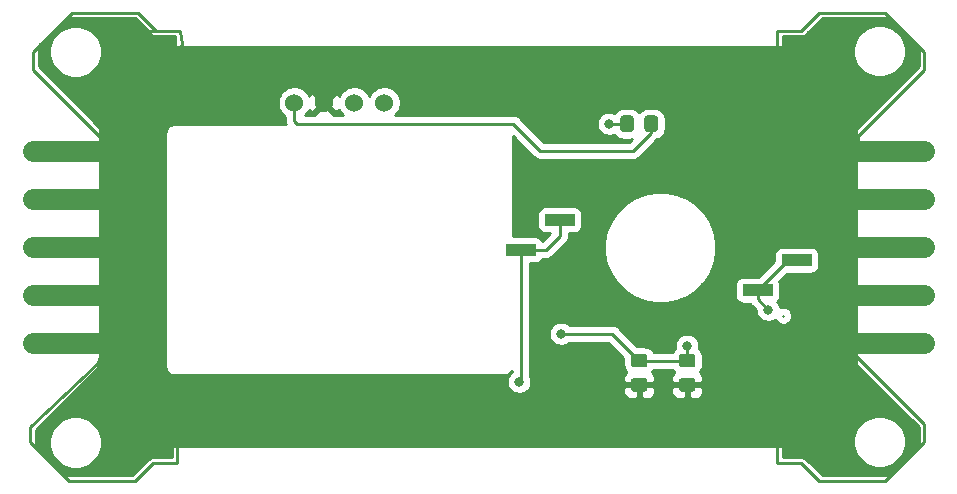
<source format=gbr>
%TF.GenerationSoftware,KiCad,Pcbnew,(5.1.6)-1*%
%TF.CreationDate,2020-11-07T21:03:06+00:00*%
%TF.ProjectId,ninja_iron,6e696e6a-615f-4697-926f-6e2e6b696361,rev?*%
%TF.SameCoordinates,Original*%
%TF.FileFunction,Copper,L2,Bot*%
%TF.FilePolarity,Positive*%
%FSLAX46Y46*%
G04 Gerber Fmt 4.6, Leading zero omitted, Abs format (unit mm)*
G04 Created by KiCad (PCBNEW (5.1.6)-1) date 2020-11-07 21:03:06*
%MOMM*%
%LPD*%
G01*
G04 APERTURE LIST*
%TA.AperFunction,ComponentPad*%
%ADD10C,1.524000*%
%TD*%
%TA.AperFunction,SMDPad,CuDef*%
%ADD11R,2.510000X1.000000*%
%TD*%
%TA.AperFunction,ViaPad*%
%ADD12C,0.800000*%
%TD*%
%TA.AperFunction,Conductor*%
%ADD13C,0.250000*%
%TD*%
%TA.AperFunction,Conductor*%
%ADD14C,1.750000*%
%TD*%
%TA.AperFunction,Conductor*%
%ADD15C,2.000000*%
%TD*%
%TA.AperFunction,Conductor*%
%ADD16C,1.500000*%
%TD*%
%TA.AperFunction,Conductor*%
%ADD17C,0.254000*%
%TD*%
G04 APERTURE END LIST*
%TO.P,R22,2*%
%TO.N,Net-(D5-Pad2)*%
%TA.AperFunction,SMDPad,CuDef*%
G36*
G01*
X99372000Y-46793999D02*
X99372000Y-47694001D01*
G75*
G02*
X99122001Y-47944000I-249999J0D01*
G01*
X98471999Y-47944000D01*
G75*
G02*
X98222000Y-47694001I0J249999D01*
G01*
X98222000Y-46793999D01*
G75*
G02*
X98471999Y-46544000I249999J0D01*
G01*
X99122001Y-46544000D01*
G75*
G02*
X99372000Y-46793999I0J-249999D01*
G01*
G37*
%TD.AperFunction*%
%TO.P,R22,1*%
%TO.N,+5VD*%
%TA.AperFunction,SMDPad,CuDef*%
G36*
G01*
X101422000Y-46793999D02*
X101422000Y-47694001D01*
G75*
G02*
X101172001Y-47944000I-249999J0D01*
G01*
X100521999Y-47944000D01*
G75*
G02*
X100272000Y-47694001I0J249999D01*
G01*
X100272000Y-46793999D01*
G75*
G02*
X100521999Y-46544000I249999J0D01*
G01*
X101172001Y-46544000D01*
G75*
G02*
X101422000Y-46793999I0J-249999D01*
G01*
G37*
%TD.AperFunction*%
%TD*%
D10*
%TO.P,OLED,4*%
%TO.N,Net-(U1-Pad4)*%
X78232000Y-45466000D03*
%TO.P,OLED,3*%
%TO.N,Net-(U1-Pad3)*%
X75692000Y-45466000D03*
%TO.P,OLED,2*%
%TO.N,GND*%
X73152000Y-45466000D03*
%TO.P,OLED,1*%
%TO.N,+5VD*%
X70612000Y-45466000D03*
%TD*%
%TO.P,C15,1*%
%TO.N,+5VD*%
%TA.AperFunction,SMDPad,CuDef*%
G36*
G01*
X99371999Y-66726000D02*
X100272001Y-66726000D01*
G75*
G02*
X100522000Y-66975999I0J-249999D01*
G01*
X100522000Y-67626001D01*
G75*
G02*
X100272001Y-67876000I-249999J0D01*
G01*
X99371999Y-67876000D01*
G75*
G02*
X99122000Y-67626001I0J249999D01*
G01*
X99122000Y-66975999D01*
G75*
G02*
X99371999Y-66726000I249999J0D01*
G01*
G37*
%TD.AperFunction*%
%TO.P,C15,2*%
%TO.N,GND*%
%TA.AperFunction,SMDPad,CuDef*%
G36*
G01*
X99371999Y-68776000D02*
X100272001Y-68776000D01*
G75*
G02*
X100522000Y-69025999I0J-249999D01*
G01*
X100522000Y-69676001D01*
G75*
G02*
X100272001Y-69926000I-249999J0D01*
G01*
X99371999Y-69926000D01*
G75*
G02*
X99122000Y-69676001I0J249999D01*
G01*
X99122000Y-69025999D01*
G75*
G02*
X99371999Y-68776000I249999J0D01*
G01*
G37*
%TD.AperFunction*%
%TD*%
%TO.P,C16,1*%
%TO.N,+5VD*%
%TA.AperFunction,SMDPad,CuDef*%
G36*
G01*
X103435999Y-66726000D02*
X104336001Y-66726000D01*
G75*
G02*
X104586000Y-66975999I0J-249999D01*
G01*
X104586000Y-67626001D01*
G75*
G02*
X104336001Y-67876000I-249999J0D01*
G01*
X103435999Y-67876000D01*
G75*
G02*
X103186000Y-67626001I0J249999D01*
G01*
X103186000Y-66975999D01*
G75*
G02*
X103435999Y-66726000I249999J0D01*
G01*
G37*
%TD.AperFunction*%
%TO.P,C16,2*%
%TO.N,GND*%
%TA.AperFunction,SMDPad,CuDef*%
G36*
G01*
X103435999Y-68776000D02*
X104336001Y-68776000D01*
G75*
G02*
X104586000Y-69025999I0J-249999D01*
G01*
X104586000Y-69676001D01*
G75*
G02*
X104336001Y-69926000I-249999J0D01*
G01*
X103435999Y-69926000D01*
G75*
G02*
X103186000Y-69676001I0J249999D01*
G01*
X103186000Y-69025999D01*
G75*
G02*
X103435999Y-68776000I249999J0D01*
G01*
G37*
%TD.AperFunction*%
%TD*%
D11*
%TO.P,J5,1*%
%TO.N,Net-(D4-Pad2)*%
X93095000Y-55372000D03*
%TO.P,J5,2*%
X89785000Y-57912000D03*
%TD*%
%TO.P,led data,1*%
%TO.N,/led_data*%
X109851000Y-61337000D03*
%TO.P,led data,2*%
X113161000Y-58797000D03*
%TD*%
D12*
%TO.N,GND*%
X90678000Y-47244000D03*
X98044000Y-69088000D03*
X113792000Y-69088000D03*
%TO.N,+5VD*%
X93218000Y-65024000D03*
X103886000Y-66040000D03*
%TO.N,/led_data*%
X110744000Y-62992000D03*
%TO.N,Net-(D4-Pad2)*%
X89662000Y-69088000D03*
%TO.N,Net-(D5-Pad2)*%
X97282000Y-47244000D03*
%TD*%
D13*
%TO.N,*%
X112014000Y-63500000D02*
X112014000Y-63500000D01*
%TO.N,GND*%
X118618000Y-49530000D02*
X118618000Y-49022000D01*
D14*
X118110000Y-61722000D02*
X123952000Y-61722000D01*
D13*
X51562000Y-77470000D02*
X57150000Y-77470000D01*
X57150000Y-77470000D02*
X58674000Y-75946000D01*
X58674000Y-75946000D02*
X60706000Y-75946000D01*
X115062000Y-77470000D02*
X120650000Y-77470000D01*
X60706000Y-75946000D02*
X60706000Y-74676000D01*
D14*
X48514000Y-53594000D02*
X54356000Y-53594000D01*
X48514000Y-49530000D02*
X54356000Y-49530000D01*
D13*
X113538000Y-75946000D02*
X115062000Y-77470000D01*
D14*
X118110000Y-53594000D02*
X123952000Y-53594000D01*
X118110000Y-49530000D02*
X123952000Y-49530000D01*
D15*
X117348000Y-47244000D02*
X117348000Y-56642000D01*
D13*
X58928000Y-39370000D02*
X57404000Y-37846000D01*
X60706000Y-42418000D02*
X60452000Y-42672000D01*
D14*
X48514000Y-57658000D02*
X54356000Y-57658000D01*
D13*
X123952000Y-72644000D02*
X123952000Y-74168000D01*
X51562000Y-77470000D02*
X48260000Y-74168000D01*
X60452000Y-41688000D02*
X60420000Y-41656000D01*
X113538000Y-39370000D02*
X115062000Y-37846000D01*
X111506000Y-39370000D02*
X113538000Y-39370000D01*
D15*
X55118000Y-56642000D02*
X55118000Y-61214000D01*
X55118000Y-61214000D02*
X55118000Y-65278000D01*
D13*
X111760000Y-42418000D02*
X116332000Y-46990000D01*
D14*
X48514000Y-61722000D02*
X54356000Y-61722000D01*
D13*
X117094000Y-46990000D02*
X117348000Y-47244000D01*
X48260000Y-74168000D02*
X48260000Y-73981600D01*
D15*
X117348000Y-61214000D02*
X117348000Y-65278000D01*
D13*
X48260000Y-73981600D02*
X48260000Y-73531590D01*
X60452000Y-42672000D02*
X60452000Y-41688000D01*
X48260000Y-72898000D02*
X48260000Y-73981600D01*
X116078000Y-68834000D02*
X117094000Y-67818000D01*
D16*
X116840000Y-66802000D02*
X115062000Y-66802000D01*
X117094000Y-63246000D02*
X115062000Y-63246000D01*
D13*
X48514000Y-41148000D02*
X48514000Y-42672000D01*
D14*
X48514000Y-65786000D02*
X54356000Y-65786000D01*
D15*
X55118000Y-46990000D02*
X55118000Y-45664990D01*
D13*
X123952000Y-41148000D02*
X123952000Y-42672000D01*
D15*
X55118000Y-43014970D02*
X55118000Y-56388000D01*
D13*
X111760000Y-41656000D02*
X111760000Y-42418000D01*
X118618000Y-49022000D02*
X118364000Y-48768000D01*
X117348000Y-65278000D02*
X117348000Y-66294000D01*
X51816000Y-37846000D02*
X57404000Y-37846000D01*
X123952000Y-42672000D02*
X118364000Y-48260000D01*
D15*
X117348000Y-69088000D02*
X117348000Y-67310000D01*
D13*
X51308000Y-38354000D02*
X51054000Y-38608000D01*
D15*
X96520000Y-73660000D02*
X60420000Y-73660000D01*
D13*
X48514000Y-41148000D02*
X51054000Y-38608000D01*
X111506000Y-75946000D02*
X113538000Y-75946000D01*
D15*
X117348000Y-56642000D02*
X117348000Y-61214000D01*
D14*
X118110000Y-65786000D02*
X123952000Y-65786000D01*
D13*
X116332000Y-46990000D02*
X117094000Y-46990000D01*
D15*
X55118000Y-44339980D02*
X55118000Y-43014970D01*
D13*
X111506000Y-75946000D02*
X111506000Y-74676000D01*
D15*
X55118000Y-45664990D02*
X55118000Y-44339980D01*
D13*
X118364000Y-48260000D02*
X118364000Y-48768000D01*
X62452000Y-41688000D02*
X62484000Y-41656000D01*
D14*
X118110000Y-57658000D02*
X123952000Y-57658000D01*
D13*
X115062000Y-37846000D02*
X120650000Y-37846000D01*
X111506000Y-40640000D02*
X111506000Y-39370000D01*
X51054000Y-38608000D02*
X51562000Y-38100000D01*
D15*
X111760000Y-41656000D02*
X96520000Y-41656000D01*
X117348000Y-65278000D02*
X117348000Y-67310000D01*
D13*
X58291590Y-39370000D02*
X60960000Y-39370000D01*
X51562000Y-38100000D02*
X51816000Y-37846000D01*
X120650000Y-77470000D02*
X123952000Y-74168000D01*
X120650000Y-37846000D02*
X123952000Y-41148000D01*
X54102000Y-48260000D02*
X48514000Y-42672000D01*
X56896000Y-69596000D02*
X56134000Y-68834000D01*
X60198000Y-72898000D02*
X56896000Y-69596000D01*
D15*
X111760000Y-73660000D02*
X104140000Y-73660000D01*
X96520000Y-41656000D02*
X92202000Y-41656000D01*
D13*
X60452000Y-41688000D02*
X61214000Y-41688000D01*
D15*
X62484000Y-41656000D02*
X61214000Y-41656000D01*
X61214000Y-41656000D02*
X60420000Y-41656000D01*
X99822000Y-73660000D02*
X96520000Y-73660000D01*
D13*
X56134000Y-46990000D02*
X55118000Y-46990000D01*
X118217990Y-66909990D02*
X123952000Y-72644000D01*
D15*
X55118000Y-69088000D02*
X55118000Y-67310000D01*
D13*
X54102000Y-67056000D02*
X54003849Y-67465849D01*
X103886000Y-73406000D02*
X104140000Y-73660000D01*
X61214000Y-41040010D02*
X60960000Y-39370000D01*
X61214000Y-41688000D02*
X62452000Y-41688000D01*
X61182000Y-41688000D02*
X61214000Y-41656000D01*
X56388000Y-69088000D02*
X56896000Y-69596000D01*
D15*
X55118000Y-65278000D02*
X55118000Y-67310000D01*
X70612000Y-41656000D02*
X62484000Y-41656000D01*
D13*
X54003849Y-67465849D02*
X48260000Y-72898000D01*
X118110000Y-66802000D02*
X118217990Y-66909990D01*
X116840000Y-66802000D02*
X118110000Y-66802000D01*
X55118000Y-68580000D02*
X54003849Y-67465849D01*
X115570000Y-69342000D02*
X116078000Y-68834000D01*
X60960000Y-40640000D02*
X61214000Y-41040010D01*
X112014000Y-72898000D02*
X115570000Y-69342000D01*
D15*
X92202000Y-41656000D02*
X70612000Y-41656000D01*
D13*
X60452000Y-42672000D02*
X56134000Y-46990000D01*
X60452000Y-41688000D02*
X61182000Y-41688000D01*
X118364000Y-67056000D02*
X118217990Y-66909990D01*
X61214000Y-41688000D02*
X61214000Y-41040010D01*
D15*
X104140000Y-73660000D02*
X99822000Y-73660000D01*
D13*
X55118000Y-69088000D02*
X56388000Y-69088000D01*
X55118000Y-69088000D02*
X55118000Y-68580000D01*
D16*
X73152000Y-45466000D02*
X73152000Y-41665010D01*
D13*
%TO.N,+5VD*%
X70866000Y-47244000D02*
X89154000Y-47244000D01*
X70612000Y-45466000D02*
X70612000Y-46990000D01*
X91440000Y-49530000D02*
X99314000Y-49530000D01*
X89154000Y-47244000D02*
X91440000Y-49530000D01*
X99314000Y-49530000D02*
X100847000Y-47997000D01*
X70612000Y-46990000D02*
X70866000Y-47244000D01*
X100847000Y-47997000D02*
X100847000Y-47244000D01*
X97536000Y-65024000D02*
X99813000Y-67301000D01*
X99822000Y-67301000D02*
X103886000Y-67301000D01*
X99813000Y-67301000D02*
X99822000Y-67301000D01*
X93218000Y-65024000D02*
X97536000Y-65024000D01*
X103886000Y-67301000D02*
X103886000Y-66040000D01*
%TO.N,/led_data*%
X109851000Y-61591000D02*
X109982000Y-61722000D01*
X113161000Y-58797000D02*
X112391000Y-58797000D01*
X109851000Y-62099000D02*
X109851000Y-61337000D01*
X109851000Y-61337000D02*
X109851000Y-61591000D01*
X112391000Y-58797000D02*
X109851000Y-61337000D01*
X110744000Y-62992000D02*
X109851000Y-62099000D01*
%TO.N,Net-(D4-Pad2)*%
X91948000Y-57912000D02*
X93095000Y-56765000D01*
X89785000Y-57912000D02*
X91948000Y-57912000D01*
X93095000Y-56765000D02*
X93095000Y-55372000D01*
X89785000Y-68965000D02*
X89662000Y-69088000D01*
X89785000Y-57912000D02*
X89785000Y-68965000D01*
%TO.N,Net-(D5-Pad2)*%
X98797000Y-47244000D02*
X97282000Y-47244000D01*
%TD*%
D17*
%TO.N,GND*%
G36*
X120960215Y-38335821D02*
G01*
X123461986Y-40837592D01*
X123496000Y-41161216D01*
X123496001Y-42377907D01*
X118162923Y-47710986D01*
X118113526Y-47751525D01*
X118024800Y-47859637D01*
X117958872Y-47982980D01*
X117918273Y-48116816D01*
X117914894Y-48151121D01*
X112101872Y-42580307D01*
X112082295Y-42564926D01*
X112060094Y-42553660D01*
X112036121Y-42546941D01*
X112014000Y-42545000D01*
X111633000Y-42545000D01*
X111633000Y-41241412D01*
X111648363Y-41233200D01*
X111756475Y-41144475D01*
X111845200Y-41036363D01*
X111911128Y-40913020D01*
X111920713Y-40881422D01*
X117970738Y-40881422D01*
X117970738Y-41318578D01*
X118056023Y-41747335D01*
X118223316Y-42151215D01*
X118466187Y-42514697D01*
X118775303Y-42823813D01*
X119138785Y-43066684D01*
X119542665Y-43233977D01*
X119971422Y-43319262D01*
X120408578Y-43319262D01*
X120837335Y-43233977D01*
X121241215Y-43066684D01*
X121604697Y-42823813D01*
X121913813Y-42514697D01*
X122156684Y-42151215D01*
X122323977Y-41747335D01*
X122409262Y-41318578D01*
X122409262Y-40881422D01*
X122323977Y-40452665D01*
X122156684Y-40048785D01*
X121913813Y-39685303D01*
X121604697Y-39376187D01*
X121241215Y-39133316D01*
X120837335Y-38966023D01*
X120408578Y-38880738D01*
X119971422Y-38880738D01*
X119542665Y-38966023D01*
X119138785Y-39133316D01*
X118775303Y-39376187D01*
X118466187Y-39685303D01*
X118223316Y-40048785D01*
X118056023Y-40452665D01*
X117970738Y-40881422D01*
X111920713Y-40881422D01*
X111951727Y-40779184D01*
X111965435Y-40640000D01*
X111962000Y-40605123D01*
X111962000Y-39826000D01*
X113503125Y-39826000D01*
X113538000Y-39829435D01*
X113572875Y-39826000D01*
X113572877Y-39826000D01*
X113677184Y-39815727D01*
X113811020Y-39775128D01*
X113934363Y-39709200D01*
X114042475Y-39620475D01*
X114064712Y-39593379D01*
X115356092Y-38302000D01*
X120615281Y-38302000D01*
X120960215Y-38335821D01*
G37*
X120960215Y-38335821D02*
X123461986Y-40837592D01*
X123496000Y-41161216D01*
X123496001Y-42377907D01*
X118162923Y-47710986D01*
X118113526Y-47751525D01*
X118024800Y-47859637D01*
X117958872Y-47982980D01*
X117918273Y-48116816D01*
X117914894Y-48151121D01*
X112101872Y-42580307D01*
X112082295Y-42564926D01*
X112060094Y-42553660D01*
X112036121Y-42546941D01*
X112014000Y-42545000D01*
X111633000Y-42545000D01*
X111633000Y-41241412D01*
X111648363Y-41233200D01*
X111756475Y-41144475D01*
X111845200Y-41036363D01*
X111911128Y-40913020D01*
X111920713Y-40881422D01*
X117970738Y-40881422D01*
X117970738Y-41318578D01*
X118056023Y-41747335D01*
X118223316Y-42151215D01*
X118466187Y-42514697D01*
X118775303Y-42823813D01*
X119138785Y-43066684D01*
X119542665Y-43233977D01*
X119971422Y-43319262D01*
X120408578Y-43319262D01*
X120837335Y-43233977D01*
X121241215Y-43066684D01*
X121604697Y-42823813D01*
X121913813Y-42514697D01*
X122156684Y-42151215D01*
X122323977Y-41747335D01*
X122409262Y-41318578D01*
X122409262Y-40881422D01*
X122323977Y-40452665D01*
X122156684Y-40048785D01*
X121913813Y-39685303D01*
X121604697Y-39376187D01*
X121241215Y-39133316D01*
X120837335Y-38966023D01*
X120408578Y-38880738D01*
X119971422Y-38880738D01*
X119542665Y-38966023D01*
X119138785Y-39133316D01*
X118775303Y-39376187D01*
X118466187Y-39685303D01*
X118223316Y-40048785D01*
X118056023Y-40452665D01*
X117970738Y-40881422D01*
X111920713Y-40881422D01*
X111951727Y-40779184D01*
X111965435Y-40640000D01*
X111962000Y-40605123D01*
X111962000Y-39826000D01*
X113503125Y-39826000D01*
X113538000Y-39829435D01*
X113572875Y-39826000D01*
X113572877Y-39826000D01*
X113677184Y-39815727D01*
X113811020Y-39775128D01*
X113934363Y-39709200D01*
X114042475Y-39620475D01*
X114064712Y-39593379D01*
X115356092Y-38302000D01*
X120615281Y-38302000D01*
X120960215Y-38335821D01*
G36*
X60166229Y-72852956D02*
G01*
X60185806Y-72868337D01*
X60208007Y-72879603D01*
X60231980Y-72886322D01*
X60254101Y-72888263D01*
X60635101Y-72888263D01*
X60635101Y-74044602D01*
X60563637Y-74082800D01*
X60455525Y-74171525D01*
X60366800Y-74279637D01*
X60300872Y-74402980D01*
X60260273Y-74536816D01*
X60246565Y-74676000D01*
X60250000Y-74710878D01*
X60250001Y-75490000D01*
X58708874Y-75490000D01*
X58673999Y-75486565D01*
X58639124Y-75490000D01*
X58639123Y-75490000D01*
X58534816Y-75500273D01*
X58400980Y-75540872D01*
X58309734Y-75589644D01*
X58277635Y-75606801D01*
X58248518Y-75630697D01*
X58169525Y-75695525D01*
X58147292Y-75722616D01*
X56855909Y-77014000D01*
X51596729Y-77014000D01*
X51183974Y-76973530D01*
X48757197Y-74546753D01*
X48716000Y-74154785D01*
X48716000Y-73997422D01*
X49898738Y-73997422D01*
X49898738Y-74434578D01*
X49984023Y-74863335D01*
X50151316Y-75267215D01*
X50394187Y-75630697D01*
X50703303Y-75939813D01*
X51066785Y-76182684D01*
X51470665Y-76349977D01*
X51899422Y-76435262D01*
X52336578Y-76435262D01*
X52765335Y-76349977D01*
X53169215Y-76182684D01*
X53532697Y-75939813D01*
X53841813Y-75630697D01*
X54084684Y-75267215D01*
X54251977Y-74863335D01*
X54337262Y-74434578D01*
X54337262Y-73997422D01*
X54251977Y-73568665D01*
X54084684Y-73164785D01*
X53841813Y-72801303D01*
X53532697Y-72492187D01*
X53169215Y-72249316D01*
X52765335Y-72082023D01*
X52336578Y-71996738D01*
X51899422Y-71996738D01*
X51470665Y-72082023D01*
X51066785Y-72249316D01*
X50703303Y-72492187D01*
X50394187Y-72801303D01*
X50151316Y-73164785D01*
X49984023Y-73568665D01*
X49898738Y-73997422D01*
X48716000Y-73997422D01*
X48716000Y-73192091D01*
X54325383Y-67582708D01*
X54352474Y-67560475D01*
X54441200Y-67452363D01*
X54471560Y-67395564D01*
X60166229Y-72852956D01*
G37*
X60166229Y-72852956D02*
X60185806Y-72868337D01*
X60208007Y-72879603D01*
X60231980Y-72886322D01*
X60254101Y-72888263D01*
X60635101Y-72888263D01*
X60635101Y-74044602D01*
X60563637Y-74082800D01*
X60455525Y-74171525D01*
X60366800Y-74279637D01*
X60300872Y-74402980D01*
X60260273Y-74536816D01*
X60246565Y-74676000D01*
X60250000Y-74710878D01*
X60250001Y-75490000D01*
X58708874Y-75490000D01*
X58673999Y-75486565D01*
X58639124Y-75490000D01*
X58639123Y-75490000D01*
X58534816Y-75500273D01*
X58400980Y-75540872D01*
X58309734Y-75589644D01*
X58277635Y-75606801D01*
X58248518Y-75630697D01*
X58169525Y-75695525D01*
X58147292Y-75722616D01*
X56855909Y-77014000D01*
X51596729Y-77014000D01*
X51183974Y-76973530D01*
X48757197Y-74546753D01*
X48716000Y-74154785D01*
X48716000Y-73997422D01*
X49898738Y-73997422D01*
X49898738Y-74434578D01*
X49984023Y-74863335D01*
X50151316Y-75267215D01*
X50394187Y-75630697D01*
X50703303Y-75939813D01*
X51066785Y-76182684D01*
X51470665Y-76349977D01*
X51899422Y-76435262D01*
X52336578Y-76435262D01*
X52765335Y-76349977D01*
X53169215Y-76182684D01*
X53532697Y-75939813D01*
X53841813Y-75630697D01*
X54084684Y-75267215D01*
X54251977Y-74863335D01*
X54337262Y-74434578D01*
X54337262Y-73997422D01*
X54251977Y-73568665D01*
X54084684Y-73164785D01*
X53841813Y-72801303D01*
X53532697Y-72492187D01*
X53169215Y-72249316D01*
X52765335Y-72082023D01*
X52336578Y-71996738D01*
X51899422Y-71996738D01*
X51470665Y-72082023D01*
X51066785Y-72249316D01*
X50703303Y-72492187D01*
X50394187Y-72801303D01*
X50151316Y-73164785D01*
X49984023Y-73568665D01*
X49898738Y-73997422D01*
X48716000Y-73997422D01*
X48716000Y-73192091D01*
X54325383Y-67582708D01*
X54352474Y-67560475D01*
X54441200Y-67452363D01*
X54471560Y-67395564D01*
X60166229Y-72852956D01*
G36*
X117958872Y-67329020D02*
G01*
X118024800Y-67452363D01*
X118113526Y-67560475D01*
X118140617Y-67582708D01*
X123496000Y-72938092D01*
X123496001Y-74133261D01*
X123440289Y-74701470D01*
X121185422Y-76956337D01*
X120636785Y-77014000D01*
X115356092Y-77014000D01*
X114064712Y-75722621D01*
X114042475Y-75695525D01*
X113934363Y-75606800D01*
X113811020Y-75540872D01*
X113677184Y-75500273D01*
X113572877Y-75490000D01*
X113572875Y-75490000D01*
X113538000Y-75486565D01*
X113503125Y-75490000D01*
X111962000Y-75490000D01*
X111962000Y-74710877D01*
X111965435Y-74676000D01*
X111951727Y-74536816D01*
X111911128Y-74402980D01*
X111845200Y-74279637D01*
X111756475Y-74171525D01*
X111717102Y-74139212D01*
X111717102Y-73949422D01*
X117970738Y-73949422D01*
X117970738Y-74386578D01*
X118056023Y-74815335D01*
X118223316Y-75219215D01*
X118466187Y-75582697D01*
X118775303Y-75891813D01*
X119138785Y-76134684D01*
X119542665Y-76301977D01*
X119971422Y-76387262D01*
X120408578Y-76387262D01*
X120837335Y-76301977D01*
X121241215Y-76134684D01*
X121604697Y-75891813D01*
X121913813Y-75582697D01*
X122156684Y-75219215D01*
X122323977Y-74815335D01*
X122409262Y-74386578D01*
X122409262Y-73949422D01*
X122323977Y-73520665D01*
X122156684Y-73116785D01*
X121913813Y-72753303D01*
X121604697Y-72444187D01*
X121241215Y-72201316D01*
X120837335Y-72034023D01*
X120408578Y-71948738D01*
X119971422Y-71948738D01*
X119542665Y-72034023D01*
X119138785Y-72201316D01*
X118775303Y-72444187D01*
X118466187Y-72753303D01*
X118223316Y-73116785D01*
X118056023Y-73520665D01*
X117970738Y-73949422D01*
X111717102Y-73949422D01*
X111717102Y-72888263D01*
X112098102Y-72888263D01*
X112122878Y-72885823D01*
X112146703Y-72878596D01*
X112168659Y-72866860D01*
X112185974Y-72852956D01*
X117956892Y-67322492D01*
X117958872Y-67329020D01*
G37*
X117958872Y-67329020D02*
X118024800Y-67452363D01*
X118113526Y-67560475D01*
X118140617Y-67582708D01*
X123496000Y-72938092D01*
X123496001Y-74133261D01*
X123440289Y-74701470D01*
X121185422Y-76956337D01*
X120636785Y-77014000D01*
X115356092Y-77014000D01*
X114064712Y-75722621D01*
X114042475Y-75695525D01*
X113934363Y-75606800D01*
X113811020Y-75540872D01*
X113677184Y-75500273D01*
X113572877Y-75490000D01*
X113572875Y-75490000D01*
X113538000Y-75486565D01*
X113503125Y-75490000D01*
X111962000Y-75490000D01*
X111962000Y-74710877D01*
X111965435Y-74676000D01*
X111951727Y-74536816D01*
X111911128Y-74402980D01*
X111845200Y-74279637D01*
X111756475Y-74171525D01*
X111717102Y-74139212D01*
X111717102Y-73949422D01*
X117970738Y-73949422D01*
X117970738Y-74386578D01*
X118056023Y-74815335D01*
X118223316Y-75219215D01*
X118466187Y-75582697D01*
X118775303Y-75891813D01*
X119138785Y-76134684D01*
X119542665Y-76301977D01*
X119971422Y-76387262D01*
X120408578Y-76387262D01*
X120837335Y-76301977D01*
X121241215Y-76134684D01*
X121604697Y-75891813D01*
X121913813Y-75582697D01*
X122156684Y-75219215D01*
X122323977Y-74815335D01*
X122409262Y-74386578D01*
X122409262Y-73949422D01*
X122323977Y-73520665D01*
X122156684Y-73116785D01*
X121913813Y-72753303D01*
X121604697Y-72444187D01*
X121241215Y-72201316D01*
X120837335Y-72034023D01*
X120408578Y-71948738D01*
X119971422Y-71948738D01*
X119542665Y-72034023D01*
X119138785Y-72201316D01*
X118775303Y-72444187D01*
X118466187Y-72753303D01*
X118223316Y-73116785D01*
X118056023Y-73520665D01*
X117970738Y-73949422D01*
X111717102Y-73949422D01*
X111717102Y-72888263D01*
X112098102Y-72888263D01*
X112122878Y-72885823D01*
X112146703Y-72878596D01*
X112168659Y-72866860D01*
X112185974Y-72852956D01*
X117956892Y-67322492D01*
X117958872Y-67329020D01*
G36*
X116205000Y-72771000D02*
G01*
X56007000Y-72771000D01*
X56007000Y-48006000D01*
X59713444Y-48006000D01*
X59717001Y-48042115D01*
X59717000Y-67781895D01*
X59713444Y-67818000D01*
X59727635Y-67962085D01*
X59769663Y-68100633D01*
X59837913Y-68228320D01*
X59929762Y-68340238D01*
X60036975Y-68428226D01*
X60041680Y-68432087D01*
X60169367Y-68500337D01*
X60307915Y-68542365D01*
X60452000Y-68556556D01*
X60488105Y-68553000D01*
X88355895Y-68553000D01*
X88392000Y-68556556D01*
X88428105Y-68553000D01*
X88536085Y-68542365D01*
X88674633Y-68500337D01*
X88802320Y-68432087D01*
X88914238Y-68340238D01*
X89006087Y-68228320D01*
X89025001Y-68192934D01*
X89025001Y-68268845D01*
X89002226Y-68284063D01*
X88858063Y-68428226D01*
X88744795Y-68597744D01*
X88666774Y-68786102D01*
X88627000Y-68986061D01*
X88627000Y-69189939D01*
X88666774Y-69389898D01*
X88744795Y-69578256D01*
X88858063Y-69747774D01*
X89002226Y-69891937D01*
X89171744Y-70005205D01*
X89360102Y-70083226D01*
X89560061Y-70123000D01*
X89763939Y-70123000D01*
X89963898Y-70083226D01*
X90152256Y-70005205D01*
X90270794Y-69926000D01*
X98483928Y-69926000D01*
X98496188Y-70050482D01*
X98532498Y-70170180D01*
X98591463Y-70280494D01*
X98670815Y-70377185D01*
X98767506Y-70456537D01*
X98877820Y-70515502D01*
X98997518Y-70551812D01*
X99122000Y-70564072D01*
X99536250Y-70561000D01*
X99695000Y-70402250D01*
X99695000Y-69478000D01*
X99949000Y-69478000D01*
X99949000Y-70402250D01*
X100107750Y-70561000D01*
X100522000Y-70564072D01*
X100646482Y-70551812D01*
X100766180Y-70515502D01*
X100876494Y-70456537D01*
X100973185Y-70377185D01*
X101052537Y-70280494D01*
X101111502Y-70170180D01*
X101147812Y-70050482D01*
X101160072Y-69926000D01*
X102547928Y-69926000D01*
X102560188Y-70050482D01*
X102596498Y-70170180D01*
X102655463Y-70280494D01*
X102734815Y-70377185D01*
X102831506Y-70456537D01*
X102941820Y-70515502D01*
X103061518Y-70551812D01*
X103186000Y-70564072D01*
X103600250Y-70561000D01*
X103759000Y-70402250D01*
X103759000Y-69478000D01*
X104013000Y-69478000D01*
X104013000Y-70402250D01*
X104171750Y-70561000D01*
X104586000Y-70564072D01*
X104710482Y-70551812D01*
X104830180Y-70515502D01*
X104940494Y-70456537D01*
X105037185Y-70377185D01*
X105116537Y-70280494D01*
X105175502Y-70170180D01*
X105211812Y-70050482D01*
X105224072Y-69926000D01*
X105221000Y-69636750D01*
X105062250Y-69478000D01*
X104013000Y-69478000D01*
X103759000Y-69478000D01*
X102709750Y-69478000D01*
X102551000Y-69636750D01*
X102547928Y-69926000D01*
X101160072Y-69926000D01*
X101157000Y-69636750D01*
X100998250Y-69478000D01*
X99949000Y-69478000D01*
X99695000Y-69478000D01*
X98645750Y-69478000D01*
X98487000Y-69636750D01*
X98483928Y-69926000D01*
X90270794Y-69926000D01*
X90321774Y-69891937D01*
X90465937Y-69747774D01*
X90579205Y-69578256D01*
X90657226Y-69389898D01*
X90697000Y-69189939D01*
X90697000Y-68986061D01*
X90657226Y-68786102D01*
X90579205Y-68597744D01*
X90545000Y-68546552D01*
X90545000Y-64922061D01*
X92183000Y-64922061D01*
X92183000Y-65125939D01*
X92222774Y-65325898D01*
X92300795Y-65514256D01*
X92414063Y-65683774D01*
X92558226Y-65827937D01*
X92727744Y-65941205D01*
X92916102Y-66019226D01*
X93116061Y-66059000D01*
X93319939Y-66059000D01*
X93519898Y-66019226D01*
X93708256Y-65941205D01*
X93877774Y-65827937D01*
X93921711Y-65784000D01*
X97221199Y-65784000D01*
X98483928Y-67046730D01*
X98483928Y-67626001D01*
X98500992Y-67799255D01*
X98551528Y-67965851D01*
X98633595Y-68119387D01*
X98744038Y-68253962D01*
X98750594Y-68259342D01*
X98670815Y-68324815D01*
X98591463Y-68421506D01*
X98532498Y-68531820D01*
X98496188Y-68651518D01*
X98483928Y-68776000D01*
X98487000Y-69065250D01*
X98645750Y-69224000D01*
X99695000Y-69224000D01*
X99695000Y-69204000D01*
X99949000Y-69204000D01*
X99949000Y-69224000D01*
X100998250Y-69224000D01*
X101157000Y-69065250D01*
X101160072Y-68776000D01*
X101147812Y-68651518D01*
X101111502Y-68531820D01*
X101052537Y-68421506D01*
X100973185Y-68324815D01*
X100893406Y-68259342D01*
X100899962Y-68253962D01*
X101010405Y-68119387D01*
X101041614Y-68061000D01*
X102666386Y-68061000D01*
X102697595Y-68119387D01*
X102808038Y-68253962D01*
X102814594Y-68259342D01*
X102734815Y-68324815D01*
X102655463Y-68421506D01*
X102596498Y-68531820D01*
X102560188Y-68651518D01*
X102547928Y-68776000D01*
X102551000Y-69065250D01*
X102709750Y-69224000D01*
X103759000Y-69224000D01*
X103759000Y-69204000D01*
X104013000Y-69204000D01*
X104013000Y-69224000D01*
X105062250Y-69224000D01*
X105221000Y-69065250D01*
X105224072Y-68776000D01*
X105211812Y-68651518D01*
X105175502Y-68531820D01*
X105116537Y-68421506D01*
X105037185Y-68324815D01*
X104957406Y-68259342D01*
X104963962Y-68253962D01*
X105074405Y-68119387D01*
X105156472Y-67965851D01*
X105207008Y-67799255D01*
X105224072Y-67626001D01*
X105224072Y-66975999D01*
X105207008Y-66802745D01*
X105156472Y-66636149D01*
X105074405Y-66482613D01*
X104963962Y-66348038D01*
X104891787Y-66288805D01*
X104921000Y-66141939D01*
X104921000Y-65938061D01*
X104881226Y-65738102D01*
X104803205Y-65549744D01*
X104689937Y-65380226D01*
X104545774Y-65236063D01*
X104376256Y-65122795D01*
X104187898Y-65044774D01*
X103987939Y-65005000D01*
X103784061Y-65005000D01*
X103584102Y-65044774D01*
X103395744Y-65122795D01*
X103226226Y-65236063D01*
X103082063Y-65380226D01*
X102968795Y-65549744D01*
X102890774Y-65738102D01*
X102851000Y-65938061D01*
X102851000Y-66141939D01*
X102880213Y-66288805D01*
X102808038Y-66348038D01*
X102697595Y-66482613D01*
X102666386Y-66541000D01*
X101041614Y-66541000D01*
X101010405Y-66482613D01*
X100899962Y-66348038D01*
X100765387Y-66237595D01*
X100611851Y-66155528D01*
X100445255Y-66104992D01*
X100272001Y-66087928D01*
X99674730Y-66087928D01*
X98099804Y-64513003D01*
X98076001Y-64483999D01*
X97960276Y-64389026D01*
X97828247Y-64318454D01*
X97684986Y-64274997D01*
X97573333Y-64264000D01*
X97573322Y-64264000D01*
X97536000Y-64260324D01*
X97498678Y-64264000D01*
X93921711Y-64264000D01*
X93877774Y-64220063D01*
X93708256Y-64106795D01*
X93519898Y-64028774D01*
X93319939Y-63989000D01*
X93116061Y-63989000D01*
X92916102Y-64028774D01*
X92727744Y-64106795D01*
X92558226Y-64220063D01*
X92414063Y-64364226D01*
X92300795Y-64533744D01*
X92222774Y-64722102D01*
X92183000Y-64922061D01*
X90545000Y-64922061D01*
X90545000Y-59050072D01*
X91040000Y-59050072D01*
X91164482Y-59037812D01*
X91284180Y-59001502D01*
X91394494Y-58942537D01*
X91491185Y-58863185D01*
X91570537Y-58766494D01*
X91621046Y-58672000D01*
X91910678Y-58672000D01*
X91948000Y-58675676D01*
X91985322Y-58672000D01*
X91985333Y-58672000D01*
X92096986Y-58661003D01*
X92240247Y-58617546D01*
X92372276Y-58546974D01*
X92488001Y-58452001D01*
X92511804Y-58422997D01*
X93606004Y-57328798D01*
X93635001Y-57305001D01*
X93675274Y-57255928D01*
X96867897Y-57255928D01*
X96867897Y-58188072D01*
X97049749Y-59102304D01*
X97406464Y-59963491D01*
X97924335Y-60738540D01*
X98583460Y-61397665D01*
X99358509Y-61915536D01*
X100219696Y-62272251D01*
X101133928Y-62454103D01*
X102066072Y-62454103D01*
X102980304Y-62272251D01*
X103841491Y-61915536D01*
X104616540Y-61397665D01*
X105177205Y-60837000D01*
X107957928Y-60837000D01*
X107957928Y-61837000D01*
X107970188Y-61961482D01*
X108006498Y-62081180D01*
X108065463Y-62191494D01*
X108144815Y-62288185D01*
X108241506Y-62367537D01*
X108351820Y-62426502D01*
X108471518Y-62462812D01*
X108596000Y-62475072D01*
X109190260Y-62475072D01*
X109216026Y-62523276D01*
X109252504Y-62567724D01*
X109310999Y-62639001D01*
X109340002Y-62662803D01*
X109709000Y-63031801D01*
X109709000Y-63093939D01*
X109748774Y-63293898D01*
X109826795Y-63482256D01*
X109940063Y-63651774D01*
X110084226Y-63795937D01*
X110253744Y-63909205D01*
X110442102Y-63987226D01*
X110642061Y-64027000D01*
X110845939Y-64027000D01*
X111045898Y-63987226D01*
X111234256Y-63909205D01*
X111334992Y-63841895D01*
X111379026Y-63924276D01*
X111473999Y-64040001D01*
X111589724Y-64134974D01*
X111721753Y-64205546D01*
X111865014Y-64249003D01*
X111976667Y-64260000D01*
X112051333Y-64260000D01*
X112162986Y-64249003D01*
X112306247Y-64205546D01*
X112438276Y-64134974D01*
X112554001Y-64040001D01*
X112648974Y-63924276D01*
X112719546Y-63792247D01*
X112763003Y-63648986D01*
X112777677Y-63500000D01*
X112763003Y-63351014D01*
X112719546Y-63207753D01*
X112648974Y-63075724D01*
X112554001Y-62959999D01*
X112438276Y-62865026D01*
X112306247Y-62794454D01*
X112162986Y-62750997D01*
X112051333Y-62740000D01*
X111976667Y-62740000D01*
X111865014Y-62750997D01*
X111757807Y-62783517D01*
X111739226Y-62690102D01*
X111661205Y-62501744D01*
X111547937Y-62332226D01*
X111527916Y-62312205D01*
X111557185Y-62288185D01*
X111636537Y-62191494D01*
X111695502Y-62081180D01*
X111731812Y-61961482D01*
X111744072Y-61837000D01*
X111744072Y-60837000D01*
X111731812Y-60712518D01*
X111695502Y-60592820D01*
X111686613Y-60576189D01*
X112327731Y-59935072D01*
X114416000Y-59935072D01*
X114540482Y-59922812D01*
X114660180Y-59886502D01*
X114770494Y-59827537D01*
X114867185Y-59748185D01*
X114946537Y-59651494D01*
X115005502Y-59541180D01*
X115041812Y-59421482D01*
X115054072Y-59297000D01*
X115054072Y-58297000D01*
X115041812Y-58172518D01*
X115005502Y-58052820D01*
X114946537Y-57942506D01*
X114867185Y-57845815D01*
X114770494Y-57766463D01*
X114660180Y-57707498D01*
X114540482Y-57671188D01*
X114416000Y-57658928D01*
X111906000Y-57658928D01*
X111781518Y-57671188D01*
X111661820Y-57707498D01*
X111551506Y-57766463D01*
X111454815Y-57845815D01*
X111375463Y-57942506D01*
X111316498Y-58052820D01*
X111280188Y-58172518D01*
X111267928Y-58297000D01*
X111267928Y-58845269D01*
X109914271Y-60198928D01*
X108596000Y-60198928D01*
X108471518Y-60211188D01*
X108351820Y-60247498D01*
X108241506Y-60306463D01*
X108144815Y-60385815D01*
X108065463Y-60482506D01*
X108006498Y-60592820D01*
X107970188Y-60712518D01*
X107957928Y-60837000D01*
X105177205Y-60837000D01*
X105275665Y-60738540D01*
X105793536Y-59963491D01*
X106150251Y-59102304D01*
X106332103Y-58188072D01*
X106332103Y-57255928D01*
X106150251Y-56341696D01*
X105793536Y-55480509D01*
X105275665Y-54705460D01*
X104616540Y-54046335D01*
X103841491Y-53528464D01*
X102980304Y-53171749D01*
X102066072Y-52989897D01*
X101133928Y-52989897D01*
X100219696Y-53171749D01*
X99358509Y-53528464D01*
X98583460Y-54046335D01*
X97924335Y-54705460D01*
X97406464Y-55480509D01*
X97049749Y-56341696D01*
X96867897Y-57255928D01*
X93675274Y-57255928D01*
X93729974Y-57189277D01*
X93800546Y-57057247D01*
X93800546Y-57057246D01*
X93844003Y-56913986D01*
X93855000Y-56802333D01*
X93855000Y-56802323D01*
X93858676Y-56765000D01*
X93855000Y-56727677D01*
X93855000Y-56510072D01*
X94350000Y-56510072D01*
X94474482Y-56497812D01*
X94594180Y-56461502D01*
X94704494Y-56402537D01*
X94801185Y-56323185D01*
X94880537Y-56226494D01*
X94939502Y-56116180D01*
X94975812Y-55996482D01*
X94988072Y-55872000D01*
X94988072Y-54872000D01*
X94975812Y-54747518D01*
X94939502Y-54627820D01*
X94880537Y-54517506D01*
X94801185Y-54420815D01*
X94704494Y-54341463D01*
X94594180Y-54282498D01*
X94474482Y-54246188D01*
X94350000Y-54233928D01*
X91840000Y-54233928D01*
X91715518Y-54246188D01*
X91595820Y-54282498D01*
X91485506Y-54341463D01*
X91388815Y-54420815D01*
X91309463Y-54517506D01*
X91250498Y-54627820D01*
X91214188Y-54747518D01*
X91201928Y-54872000D01*
X91201928Y-55872000D01*
X91214188Y-55996482D01*
X91250498Y-56116180D01*
X91309463Y-56226494D01*
X91388815Y-56323185D01*
X91485506Y-56402537D01*
X91595820Y-56461502D01*
X91715518Y-56497812D01*
X91840000Y-56510072D01*
X92275126Y-56510072D01*
X91633199Y-57152000D01*
X91621046Y-57152000D01*
X91570537Y-57057506D01*
X91491185Y-56960815D01*
X91394494Y-56881463D01*
X91284180Y-56822498D01*
X91164482Y-56786188D01*
X91040000Y-56773928D01*
X89127000Y-56773928D01*
X89127000Y-48291801D01*
X90876201Y-50041003D01*
X90899999Y-50070001D01*
X91015724Y-50164974D01*
X91147753Y-50235546D01*
X91291014Y-50279003D01*
X91402667Y-50290000D01*
X91402676Y-50290000D01*
X91439999Y-50293676D01*
X91477322Y-50290000D01*
X99276678Y-50290000D01*
X99314000Y-50293676D01*
X99351322Y-50290000D01*
X99351333Y-50290000D01*
X99462986Y-50279003D01*
X99606247Y-50235546D01*
X99738276Y-50164974D01*
X99854001Y-50070001D01*
X99877803Y-50040998D01*
X101357513Y-48561289D01*
X101511851Y-48514472D01*
X101665387Y-48432405D01*
X101799962Y-48321962D01*
X101910405Y-48187387D01*
X101992472Y-48033851D01*
X102043008Y-47867255D01*
X102060072Y-47694001D01*
X102060072Y-46793999D01*
X102043008Y-46620745D01*
X101992472Y-46454149D01*
X101910405Y-46300613D01*
X101799962Y-46166038D01*
X101665387Y-46055595D01*
X101511851Y-45973528D01*
X101345255Y-45922992D01*
X101172001Y-45905928D01*
X100521999Y-45905928D01*
X100348745Y-45922992D01*
X100182149Y-45973528D01*
X100028613Y-46055595D01*
X99894038Y-46166038D01*
X99822000Y-46253816D01*
X99749962Y-46166038D01*
X99615387Y-46055595D01*
X99461851Y-45973528D01*
X99295255Y-45922992D01*
X99122001Y-45905928D01*
X98471999Y-45905928D01*
X98298745Y-45922992D01*
X98132149Y-45973528D01*
X97978613Y-46055595D01*
X97844038Y-46166038D01*
X97733595Y-46300613D01*
X97729145Y-46308938D01*
X97583898Y-46248774D01*
X97383939Y-46209000D01*
X97180061Y-46209000D01*
X96980102Y-46248774D01*
X96791744Y-46326795D01*
X96622226Y-46440063D01*
X96478063Y-46584226D01*
X96364795Y-46753744D01*
X96286774Y-46942102D01*
X96247000Y-47142061D01*
X96247000Y-47345939D01*
X96286774Y-47545898D01*
X96364795Y-47734256D01*
X96478063Y-47903774D01*
X96622226Y-48047937D01*
X96791744Y-48161205D01*
X96980102Y-48239226D01*
X97180061Y-48279000D01*
X97383939Y-48279000D01*
X97583898Y-48239226D01*
X97729145Y-48179062D01*
X97733595Y-48187387D01*
X97844038Y-48321962D01*
X97978613Y-48432405D01*
X98132149Y-48514472D01*
X98298745Y-48565008D01*
X98471999Y-48582072D01*
X99122001Y-48582072D01*
X99194241Y-48574957D01*
X98999199Y-48770000D01*
X91754802Y-48770000D01*
X89717804Y-46733003D01*
X89694001Y-46703999D01*
X89578276Y-46609026D01*
X89446247Y-46538454D01*
X89302986Y-46494997D01*
X89191333Y-46484000D01*
X89191322Y-46484000D01*
X89154000Y-46480324D01*
X89116678Y-46484000D01*
X79189655Y-46484000D01*
X79317120Y-46356535D01*
X79470005Y-46127727D01*
X79575314Y-45873490D01*
X79629000Y-45603592D01*
X79629000Y-45328408D01*
X79575314Y-45058510D01*
X79470005Y-44804273D01*
X79317120Y-44575465D01*
X79122535Y-44380880D01*
X78893727Y-44227995D01*
X78639490Y-44122686D01*
X78369592Y-44069000D01*
X78094408Y-44069000D01*
X77824510Y-44122686D01*
X77570273Y-44227995D01*
X77341465Y-44380880D01*
X77146880Y-44575465D01*
X76993995Y-44804273D01*
X76962000Y-44881515D01*
X76930005Y-44804273D01*
X76777120Y-44575465D01*
X76582535Y-44380880D01*
X76353727Y-44227995D01*
X76099490Y-44122686D01*
X75829592Y-44069000D01*
X75554408Y-44069000D01*
X75284510Y-44122686D01*
X75030273Y-44227995D01*
X74801465Y-44380880D01*
X74606880Y-44575465D01*
X74453995Y-44804273D01*
X74424308Y-44875943D01*
X74419636Y-44862977D01*
X74357656Y-44747020D01*
X74117565Y-44680040D01*
X73331605Y-45466000D01*
X74117565Y-46251960D01*
X74357656Y-46184980D01*
X74421485Y-46049240D01*
X74453995Y-46127727D01*
X74606880Y-46356535D01*
X74734345Y-46484000D01*
X73923332Y-46484000D01*
X73937960Y-46431565D01*
X73152000Y-45645605D01*
X72366040Y-46431565D01*
X72380668Y-46484000D01*
X71569655Y-46484000D01*
X71697120Y-46356535D01*
X71850005Y-46127727D01*
X71879692Y-46056057D01*
X71884364Y-46069023D01*
X71946344Y-46184980D01*
X72186435Y-46251960D01*
X72972395Y-45466000D01*
X72186435Y-44680040D01*
X71946344Y-44747020D01*
X71882515Y-44882760D01*
X71850005Y-44804273D01*
X71697120Y-44575465D01*
X71622090Y-44500435D01*
X72366040Y-44500435D01*
X73152000Y-45286395D01*
X73937960Y-44500435D01*
X73870980Y-44260344D01*
X73621952Y-44143244D01*
X73354865Y-44076977D01*
X73079983Y-44064090D01*
X72807867Y-44105078D01*
X72548977Y-44198364D01*
X72433020Y-44260344D01*
X72366040Y-44500435D01*
X71622090Y-44500435D01*
X71502535Y-44380880D01*
X71273727Y-44227995D01*
X71019490Y-44122686D01*
X70749592Y-44069000D01*
X70474408Y-44069000D01*
X70204510Y-44122686D01*
X69950273Y-44227995D01*
X69721465Y-44380880D01*
X69526880Y-44575465D01*
X69373995Y-44804273D01*
X69268686Y-45058510D01*
X69215000Y-45328408D01*
X69215000Y-45603592D01*
X69268686Y-45873490D01*
X69373995Y-46127727D01*
X69526880Y-46356535D01*
X69721465Y-46551120D01*
X69852001Y-46638341D01*
X69852001Y-46952668D01*
X69848324Y-46990000D01*
X69862998Y-47138985D01*
X69903043Y-47271000D01*
X60488105Y-47271000D01*
X60452000Y-47267444D01*
X60415895Y-47271000D01*
X60307915Y-47281635D01*
X60169367Y-47323663D01*
X60041680Y-47391913D01*
X59929762Y-47483762D01*
X59837913Y-47595680D01*
X59769663Y-47723367D01*
X59727635Y-47861915D01*
X59713444Y-48006000D01*
X56007000Y-48006000D01*
X56007000Y-42799000D01*
X116205000Y-42799000D01*
X116205000Y-72771000D01*
G37*
X116205000Y-72771000D02*
X56007000Y-72771000D01*
X56007000Y-48006000D01*
X59713444Y-48006000D01*
X59717001Y-48042115D01*
X59717000Y-67781895D01*
X59713444Y-67818000D01*
X59727635Y-67962085D01*
X59769663Y-68100633D01*
X59837913Y-68228320D01*
X59929762Y-68340238D01*
X60036975Y-68428226D01*
X60041680Y-68432087D01*
X60169367Y-68500337D01*
X60307915Y-68542365D01*
X60452000Y-68556556D01*
X60488105Y-68553000D01*
X88355895Y-68553000D01*
X88392000Y-68556556D01*
X88428105Y-68553000D01*
X88536085Y-68542365D01*
X88674633Y-68500337D01*
X88802320Y-68432087D01*
X88914238Y-68340238D01*
X89006087Y-68228320D01*
X89025001Y-68192934D01*
X89025001Y-68268845D01*
X89002226Y-68284063D01*
X88858063Y-68428226D01*
X88744795Y-68597744D01*
X88666774Y-68786102D01*
X88627000Y-68986061D01*
X88627000Y-69189939D01*
X88666774Y-69389898D01*
X88744795Y-69578256D01*
X88858063Y-69747774D01*
X89002226Y-69891937D01*
X89171744Y-70005205D01*
X89360102Y-70083226D01*
X89560061Y-70123000D01*
X89763939Y-70123000D01*
X89963898Y-70083226D01*
X90152256Y-70005205D01*
X90270794Y-69926000D01*
X98483928Y-69926000D01*
X98496188Y-70050482D01*
X98532498Y-70170180D01*
X98591463Y-70280494D01*
X98670815Y-70377185D01*
X98767506Y-70456537D01*
X98877820Y-70515502D01*
X98997518Y-70551812D01*
X99122000Y-70564072D01*
X99536250Y-70561000D01*
X99695000Y-70402250D01*
X99695000Y-69478000D01*
X99949000Y-69478000D01*
X99949000Y-70402250D01*
X100107750Y-70561000D01*
X100522000Y-70564072D01*
X100646482Y-70551812D01*
X100766180Y-70515502D01*
X100876494Y-70456537D01*
X100973185Y-70377185D01*
X101052537Y-70280494D01*
X101111502Y-70170180D01*
X101147812Y-70050482D01*
X101160072Y-69926000D01*
X102547928Y-69926000D01*
X102560188Y-70050482D01*
X102596498Y-70170180D01*
X102655463Y-70280494D01*
X102734815Y-70377185D01*
X102831506Y-70456537D01*
X102941820Y-70515502D01*
X103061518Y-70551812D01*
X103186000Y-70564072D01*
X103600250Y-70561000D01*
X103759000Y-70402250D01*
X103759000Y-69478000D01*
X104013000Y-69478000D01*
X104013000Y-70402250D01*
X104171750Y-70561000D01*
X104586000Y-70564072D01*
X104710482Y-70551812D01*
X104830180Y-70515502D01*
X104940494Y-70456537D01*
X105037185Y-70377185D01*
X105116537Y-70280494D01*
X105175502Y-70170180D01*
X105211812Y-70050482D01*
X105224072Y-69926000D01*
X105221000Y-69636750D01*
X105062250Y-69478000D01*
X104013000Y-69478000D01*
X103759000Y-69478000D01*
X102709750Y-69478000D01*
X102551000Y-69636750D01*
X102547928Y-69926000D01*
X101160072Y-69926000D01*
X101157000Y-69636750D01*
X100998250Y-69478000D01*
X99949000Y-69478000D01*
X99695000Y-69478000D01*
X98645750Y-69478000D01*
X98487000Y-69636750D01*
X98483928Y-69926000D01*
X90270794Y-69926000D01*
X90321774Y-69891937D01*
X90465937Y-69747774D01*
X90579205Y-69578256D01*
X90657226Y-69389898D01*
X90697000Y-69189939D01*
X90697000Y-68986061D01*
X90657226Y-68786102D01*
X90579205Y-68597744D01*
X90545000Y-68546552D01*
X90545000Y-64922061D01*
X92183000Y-64922061D01*
X92183000Y-65125939D01*
X92222774Y-65325898D01*
X92300795Y-65514256D01*
X92414063Y-65683774D01*
X92558226Y-65827937D01*
X92727744Y-65941205D01*
X92916102Y-66019226D01*
X93116061Y-66059000D01*
X93319939Y-66059000D01*
X93519898Y-66019226D01*
X93708256Y-65941205D01*
X93877774Y-65827937D01*
X93921711Y-65784000D01*
X97221199Y-65784000D01*
X98483928Y-67046730D01*
X98483928Y-67626001D01*
X98500992Y-67799255D01*
X98551528Y-67965851D01*
X98633595Y-68119387D01*
X98744038Y-68253962D01*
X98750594Y-68259342D01*
X98670815Y-68324815D01*
X98591463Y-68421506D01*
X98532498Y-68531820D01*
X98496188Y-68651518D01*
X98483928Y-68776000D01*
X98487000Y-69065250D01*
X98645750Y-69224000D01*
X99695000Y-69224000D01*
X99695000Y-69204000D01*
X99949000Y-69204000D01*
X99949000Y-69224000D01*
X100998250Y-69224000D01*
X101157000Y-69065250D01*
X101160072Y-68776000D01*
X101147812Y-68651518D01*
X101111502Y-68531820D01*
X101052537Y-68421506D01*
X100973185Y-68324815D01*
X100893406Y-68259342D01*
X100899962Y-68253962D01*
X101010405Y-68119387D01*
X101041614Y-68061000D01*
X102666386Y-68061000D01*
X102697595Y-68119387D01*
X102808038Y-68253962D01*
X102814594Y-68259342D01*
X102734815Y-68324815D01*
X102655463Y-68421506D01*
X102596498Y-68531820D01*
X102560188Y-68651518D01*
X102547928Y-68776000D01*
X102551000Y-69065250D01*
X102709750Y-69224000D01*
X103759000Y-69224000D01*
X103759000Y-69204000D01*
X104013000Y-69204000D01*
X104013000Y-69224000D01*
X105062250Y-69224000D01*
X105221000Y-69065250D01*
X105224072Y-68776000D01*
X105211812Y-68651518D01*
X105175502Y-68531820D01*
X105116537Y-68421506D01*
X105037185Y-68324815D01*
X104957406Y-68259342D01*
X104963962Y-68253962D01*
X105074405Y-68119387D01*
X105156472Y-67965851D01*
X105207008Y-67799255D01*
X105224072Y-67626001D01*
X105224072Y-66975999D01*
X105207008Y-66802745D01*
X105156472Y-66636149D01*
X105074405Y-66482613D01*
X104963962Y-66348038D01*
X104891787Y-66288805D01*
X104921000Y-66141939D01*
X104921000Y-65938061D01*
X104881226Y-65738102D01*
X104803205Y-65549744D01*
X104689937Y-65380226D01*
X104545774Y-65236063D01*
X104376256Y-65122795D01*
X104187898Y-65044774D01*
X103987939Y-65005000D01*
X103784061Y-65005000D01*
X103584102Y-65044774D01*
X103395744Y-65122795D01*
X103226226Y-65236063D01*
X103082063Y-65380226D01*
X102968795Y-65549744D01*
X102890774Y-65738102D01*
X102851000Y-65938061D01*
X102851000Y-66141939D01*
X102880213Y-66288805D01*
X102808038Y-66348038D01*
X102697595Y-66482613D01*
X102666386Y-66541000D01*
X101041614Y-66541000D01*
X101010405Y-66482613D01*
X100899962Y-66348038D01*
X100765387Y-66237595D01*
X100611851Y-66155528D01*
X100445255Y-66104992D01*
X100272001Y-66087928D01*
X99674730Y-66087928D01*
X98099804Y-64513003D01*
X98076001Y-64483999D01*
X97960276Y-64389026D01*
X97828247Y-64318454D01*
X97684986Y-64274997D01*
X97573333Y-64264000D01*
X97573322Y-64264000D01*
X97536000Y-64260324D01*
X97498678Y-64264000D01*
X93921711Y-64264000D01*
X93877774Y-64220063D01*
X93708256Y-64106795D01*
X93519898Y-64028774D01*
X93319939Y-63989000D01*
X93116061Y-63989000D01*
X92916102Y-64028774D01*
X92727744Y-64106795D01*
X92558226Y-64220063D01*
X92414063Y-64364226D01*
X92300795Y-64533744D01*
X92222774Y-64722102D01*
X92183000Y-64922061D01*
X90545000Y-64922061D01*
X90545000Y-59050072D01*
X91040000Y-59050072D01*
X91164482Y-59037812D01*
X91284180Y-59001502D01*
X91394494Y-58942537D01*
X91491185Y-58863185D01*
X91570537Y-58766494D01*
X91621046Y-58672000D01*
X91910678Y-58672000D01*
X91948000Y-58675676D01*
X91985322Y-58672000D01*
X91985333Y-58672000D01*
X92096986Y-58661003D01*
X92240247Y-58617546D01*
X92372276Y-58546974D01*
X92488001Y-58452001D01*
X92511804Y-58422997D01*
X93606004Y-57328798D01*
X93635001Y-57305001D01*
X93675274Y-57255928D01*
X96867897Y-57255928D01*
X96867897Y-58188072D01*
X97049749Y-59102304D01*
X97406464Y-59963491D01*
X97924335Y-60738540D01*
X98583460Y-61397665D01*
X99358509Y-61915536D01*
X100219696Y-62272251D01*
X101133928Y-62454103D01*
X102066072Y-62454103D01*
X102980304Y-62272251D01*
X103841491Y-61915536D01*
X104616540Y-61397665D01*
X105177205Y-60837000D01*
X107957928Y-60837000D01*
X107957928Y-61837000D01*
X107970188Y-61961482D01*
X108006498Y-62081180D01*
X108065463Y-62191494D01*
X108144815Y-62288185D01*
X108241506Y-62367537D01*
X108351820Y-62426502D01*
X108471518Y-62462812D01*
X108596000Y-62475072D01*
X109190260Y-62475072D01*
X109216026Y-62523276D01*
X109252504Y-62567724D01*
X109310999Y-62639001D01*
X109340002Y-62662803D01*
X109709000Y-63031801D01*
X109709000Y-63093939D01*
X109748774Y-63293898D01*
X109826795Y-63482256D01*
X109940063Y-63651774D01*
X110084226Y-63795937D01*
X110253744Y-63909205D01*
X110442102Y-63987226D01*
X110642061Y-64027000D01*
X110845939Y-64027000D01*
X111045898Y-63987226D01*
X111234256Y-63909205D01*
X111334992Y-63841895D01*
X111379026Y-63924276D01*
X111473999Y-64040001D01*
X111589724Y-64134974D01*
X111721753Y-64205546D01*
X111865014Y-64249003D01*
X111976667Y-64260000D01*
X112051333Y-64260000D01*
X112162986Y-64249003D01*
X112306247Y-64205546D01*
X112438276Y-64134974D01*
X112554001Y-64040001D01*
X112648974Y-63924276D01*
X112719546Y-63792247D01*
X112763003Y-63648986D01*
X112777677Y-63500000D01*
X112763003Y-63351014D01*
X112719546Y-63207753D01*
X112648974Y-63075724D01*
X112554001Y-62959999D01*
X112438276Y-62865026D01*
X112306247Y-62794454D01*
X112162986Y-62750997D01*
X112051333Y-62740000D01*
X111976667Y-62740000D01*
X111865014Y-62750997D01*
X111757807Y-62783517D01*
X111739226Y-62690102D01*
X111661205Y-62501744D01*
X111547937Y-62332226D01*
X111527916Y-62312205D01*
X111557185Y-62288185D01*
X111636537Y-62191494D01*
X111695502Y-62081180D01*
X111731812Y-61961482D01*
X111744072Y-61837000D01*
X111744072Y-60837000D01*
X111731812Y-60712518D01*
X111695502Y-60592820D01*
X111686613Y-60576189D01*
X112327731Y-59935072D01*
X114416000Y-59935072D01*
X114540482Y-59922812D01*
X114660180Y-59886502D01*
X114770494Y-59827537D01*
X114867185Y-59748185D01*
X114946537Y-59651494D01*
X115005502Y-59541180D01*
X115041812Y-59421482D01*
X115054072Y-59297000D01*
X115054072Y-58297000D01*
X115041812Y-58172518D01*
X115005502Y-58052820D01*
X114946537Y-57942506D01*
X114867185Y-57845815D01*
X114770494Y-57766463D01*
X114660180Y-57707498D01*
X114540482Y-57671188D01*
X114416000Y-57658928D01*
X111906000Y-57658928D01*
X111781518Y-57671188D01*
X111661820Y-57707498D01*
X111551506Y-57766463D01*
X111454815Y-57845815D01*
X111375463Y-57942506D01*
X111316498Y-58052820D01*
X111280188Y-58172518D01*
X111267928Y-58297000D01*
X111267928Y-58845269D01*
X109914271Y-60198928D01*
X108596000Y-60198928D01*
X108471518Y-60211188D01*
X108351820Y-60247498D01*
X108241506Y-60306463D01*
X108144815Y-60385815D01*
X108065463Y-60482506D01*
X108006498Y-60592820D01*
X107970188Y-60712518D01*
X107957928Y-60837000D01*
X105177205Y-60837000D01*
X105275665Y-60738540D01*
X105793536Y-59963491D01*
X106150251Y-59102304D01*
X106332103Y-58188072D01*
X106332103Y-57255928D01*
X106150251Y-56341696D01*
X105793536Y-55480509D01*
X105275665Y-54705460D01*
X104616540Y-54046335D01*
X103841491Y-53528464D01*
X102980304Y-53171749D01*
X102066072Y-52989897D01*
X101133928Y-52989897D01*
X100219696Y-53171749D01*
X99358509Y-53528464D01*
X98583460Y-54046335D01*
X97924335Y-54705460D01*
X97406464Y-55480509D01*
X97049749Y-56341696D01*
X96867897Y-57255928D01*
X93675274Y-57255928D01*
X93729974Y-57189277D01*
X93800546Y-57057247D01*
X93800546Y-57057246D01*
X93844003Y-56913986D01*
X93855000Y-56802333D01*
X93855000Y-56802323D01*
X93858676Y-56765000D01*
X93855000Y-56727677D01*
X93855000Y-56510072D01*
X94350000Y-56510072D01*
X94474482Y-56497812D01*
X94594180Y-56461502D01*
X94704494Y-56402537D01*
X94801185Y-56323185D01*
X94880537Y-56226494D01*
X94939502Y-56116180D01*
X94975812Y-55996482D01*
X94988072Y-55872000D01*
X94988072Y-54872000D01*
X94975812Y-54747518D01*
X94939502Y-54627820D01*
X94880537Y-54517506D01*
X94801185Y-54420815D01*
X94704494Y-54341463D01*
X94594180Y-54282498D01*
X94474482Y-54246188D01*
X94350000Y-54233928D01*
X91840000Y-54233928D01*
X91715518Y-54246188D01*
X91595820Y-54282498D01*
X91485506Y-54341463D01*
X91388815Y-54420815D01*
X91309463Y-54517506D01*
X91250498Y-54627820D01*
X91214188Y-54747518D01*
X91201928Y-54872000D01*
X91201928Y-55872000D01*
X91214188Y-55996482D01*
X91250498Y-56116180D01*
X91309463Y-56226494D01*
X91388815Y-56323185D01*
X91485506Y-56402537D01*
X91595820Y-56461502D01*
X91715518Y-56497812D01*
X91840000Y-56510072D01*
X92275126Y-56510072D01*
X91633199Y-57152000D01*
X91621046Y-57152000D01*
X91570537Y-57057506D01*
X91491185Y-56960815D01*
X91394494Y-56881463D01*
X91284180Y-56822498D01*
X91164482Y-56786188D01*
X91040000Y-56773928D01*
X89127000Y-56773928D01*
X89127000Y-48291801D01*
X90876201Y-50041003D01*
X90899999Y-50070001D01*
X91015724Y-50164974D01*
X91147753Y-50235546D01*
X91291014Y-50279003D01*
X91402667Y-50290000D01*
X91402676Y-50290000D01*
X91439999Y-50293676D01*
X91477322Y-50290000D01*
X99276678Y-50290000D01*
X99314000Y-50293676D01*
X99351322Y-50290000D01*
X99351333Y-50290000D01*
X99462986Y-50279003D01*
X99606247Y-50235546D01*
X99738276Y-50164974D01*
X99854001Y-50070001D01*
X99877803Y-50040998D01*
X101357513Y-48561289D01*
X101511851Y-48514472D01*
X101665387Y-48432405D01*
X101799962Y-48321962D01*
X101910405Y-48187387D01*
X101992472Y-48033851D01*
X102043008Y-47867255D01*
X102060072Y-47694001D01*
X102060072Y-46793999D01*
X102043008Y-46620745D01*
X101992472Y-46454149D01*
X101910405Y-46300613D01*
X101799962Y-46166038D01*
X101665387Y-46055595D01*
X101511851Y-45973528D01*
X101345255Y-45922992D01*
X101172001Y-45905928D01*
X100521999Y-45905928D01*
X100348745Y-45922992D01*
X100182149Y-45973528D01*
X100028613Y-46055595D01*
X99894038Y-46166038D01*
X99822000Y-46253816D01*
X99749962Y-46166038D01*
X99615387Y-46055595D01*
X99461851Y-45973528D01*
X99295255Y-45922992D01*
X99122001Y-45905928D01*
X98471999Y-45905928D01*
X98298745Y-45922992D01*
X98132149Y-45973528D01*
X97978613Y-46055595D01*
X97844038Y-46166038D01*
X97733595Y-46300613D01*
X97729145Y-46308938D01*
X97583898Y-46248774D01*
X97383939Y-46209000D01*
X97180061Y-46209000D01*
X96980102Y-46248774D01*
X96791744Y-46326795D01*
X96622226Y-46440063D01*
X96478063Y-46584226D01*
X96364795Y-46753744D01*
X96286774Y-46942102D01*
X96247000Y-47142061D01*
X96247000Y-47345939D01*
X96286774Y-47545898D01*
X96364795Y-47734256D01*
X96478063Y-47903774D01*
X96622226Y-48047937D01*
X96791744Y-48161205D01*
X96980102Y-48239226D01*
X97180061Y-48279000D01*
X97383939Y-48279000D01*
X97583898Y-48239226D01*
X97729145Y-48179062D01*
X97733595Y-48187387D01*
X97844038Y-48321962D01*
X97978613Y-48432405D01*
X98132149Y-48514472D01*
X98298745Y-48565008D01*
X98471999Y-48582072D01*
X99122001Y-48582072D01*
X99194241Y-48574957D01*
X98999199Y-48770000D01*
X91754802Y-48770000D01*
X89717804Y-46733003D01*
X89694001Y-46703999D01*
X89578276Y-46609026D01*
X89446247Y-46538454D01*
X89302986Y-46494997D01*
X89191333Y-46484000D01*
X89191322Y-46484000D01*
X89154000Y-46480324D01*
X89116678Y-46484000D01*
X79189655Y-46484000D01*
X79317120Y-46356535D01*
X79470005Y-46127727D01*
X79575314Y-45873490D01*
X79629000Y-45603592D01*
X79629000Y-45328408D01*
X79575314Y-45058510D01*
X79470005Y-44804273D01*
X79317120Y-44575465D01*
X79122535Y-44380880D01*
X78893727Y-44227995D01*
X78639490Y-44122686D01*
X78369592Y-44069000D01*
X78094408Y-44069000D01*
X77824510Y-44122686D01*
X77570273Y-44227995D01*
X77341465Y-44380880D01*
X77146880Y-44575465D01*
X76993995Y-44804273D01*
X76962000Y-44881515D01*
X76930005Y-44804273D01*
X76777120Y-44575465D01*
X76582535Y-44380880D01*
X76353727Y-44227995D01*
X76099490Y-44122686D01*
X75829592Y-44069000D01*
X75554408Y-44069000D01*
X75284510Y-44122686D01*
X75030273Y-44227995D01*
X74801465Y-44380880D01*
X74606880Y-44575465D01*
X74453995Y-44804273D01*
X74424308Y-44875943D01*
X74419636Y-44862977D01*
X74357656Y-44747020D01*
X74117565Y-44680040D01*
X73331605Y-45466000D01*
X74117565Y-46251960D01*
X74357656Y-46184980D01*
X74421485Y-46049240D01*
X74453995Y-46127727D01*
X74606880Y-46356535D01*
X74734345Y-46484000D01*
X73923332Y-46484000D01*
X73937960Y-46431565D01*
X73152000Y-45645605D01*
X72366040Y-46431565D01*
X72380668Y-46484000D01*
X71569655Y-46484000D01*
X71697120Y-46356535D01*
X71850005Y-46127727D01*
X71879692Y-46056057D01*
X71884364Y-46069023D01*
X71946344Y-46184980D01*
X72186435Y-46251960D01*
X72972395Y-45466000D01*
X72186435Y-44680040D01*
X71946344Y-44747020D01*
X71882515Y-44882760D01*
X71850005Y-44804273D01*
X71697120Y-44575465D01*
X71622090Y-44500435D01*
X72366040Y-44500435D01*
X73152000Y-45286395D01*
X73937960Y-44500435D01*
X73870980Y-44260344D01*
X73621952Y-44143244D01*
X73354865Y-44076977D01*
X73079983Y-44064090D01*
X72807867Y-44105078D01*
X72548977Y-44198364D01*
X72433020Y-44260344D01*
X72366040Y-44500435D01*
X71622090Y-44500435D01*
X71502535Y-44380880D01*
X71273727Y-44227995D01*
X71019490Y-44122686D01*
X70749592Y-44069000D01*
X70474408Y-44069000D01*
X70204510Y-44122686D01*
X69950273Y-44227995D01*
X69721465Y-44380880D01*
X69526880Y-44575465D01*
X69373995Y-44804273D01*
X69268686Y-45058510D01*
X69215000Y-45328408D01*
X69215000Y-45603592D01*
X69268686Y-45873490D01*
X69373995Y-46127727D01*
X69526880Y-46356535D01*
X69721465Y-46551120D01*
X69852001Y-46638341D01*
X69852001Y-46952668D01*
X69848324Y-46990000D01*
X69862998Y-47138985D01*
X69903043Y-47271000D01*
X60488105Y-47271000D01*
X60452000Y-47267444D01*
X60415895Y-47271000D01*
X60307915Y-47281635D01*
X60169367Y-47323663D01*
X60041680Y-47391913D01*
X59929762Y-47483762D01*
X59837913Y-47595680D01*
X59769663Y-47723367D01*
X59727635Y-47861915D01*
X59713444Y-48006000D01*
X56007000Y-48006000D01*
X56007000Y-42799000D01*
X116205000Y-42799000D01*
X116205000Y-72771000D01*
G36*
X58401292Y-39593384D02*
G01*
X58423525Y-39620475D01*
X58450615Y-39642707D01*
X58531635Y-39709199D01*
X58531637Y-39709200D01*
X58654980Y-39775128D01*
X58788816Y-39815727D01*
X58893123Y-39826000D01*
X58893124Y-39826000D01*
X58927999Y-39829435D01*
X58962874Y-39826000D01*
X60504000Y-39826000D01*
X60504001Y-40605113D01*
X60500565Y-40640000D01*
X60514273Y-40779184D01*
X60554872Y-40913020D01*
X60620800Y-41036363D01*
X60709525Y-41144475D01*
X60817637Y-41233200D01*
X60833000Y-41241412D01*
X60833000Y-42291000D01*
X60706000Y-42291000D01*
X60681224Y-42293440D01*
X60657399Y-42300667D01*
X60635443Y-42312403D01*
X60616197Y-42328197D01*
X54558000Y-48386394D01*
X54558000Y-48294874D01*
X54561435Y-48259999D01*
X54554762Y-48192249D01*
X54547727Y-48120817D01*
X54507128Y-47986980D01*
X54441200Y-47863637D01*
X54441199Y-47863635D01*
X54374707Y-47782615D01*
X54352475Y-47755525D01*
X54325384Y-47733292D01*
X48970000Y-42377909D01*
X48970000Y-41182719D01*
X48994835Y-40929422D01*
X49898738Y-40929422D01*
X49898738Y-41366578D01*
X49984023Y-41795335D01*
X50151316Y-42199215D01*
X50394187Y-42562697D01*
X50703303Y-42871813D01*
X51066785Y-43114684D01*
X51470665Y-43281977D01*
X51899422Y-43367262D01*
X52336578Y-43367262D01*
X52765335Y-43281977D01*
X53169215Y-43114684D01*
X53532697Y-42871813D01*
X53841813Y-42562697D01*
X54084684Y-42199215D01*
X54251977Y-41795335D01*
X54337262Y-41366578D01*
X54337262Y-40929422D01*
X54251977Y-40500665D01*
X54084684Y-40096785D01*
X53841813Y-39733303D01*
X53532697Y-39424187D01*
X53169215Y-39181316D01*
X52765335Y-39014023D01*
X52336578Y-38928738D01*
X51899422Y-38928738D01*
X51470665Y-39014023D01*
X51066785Y-39181316D01*
X50703303Y-39424187D01*
X50394187Y-39733303D01*
X50151316Y-40096785D01*
X49984023Y-40500665D01*
X49898738Y-40929422D01*
X48994835Y-40929422D01*
X49026168Y-40609868D01*
X51471021Y-38339647D01*
X51829216Y-38302000D01*
X57109909Y-38302000D01*
X58401292Y-39593384D01*
G37*
X58401292Y-39593384D02*
X58423525Y-39620475D01*
X58450615Y-39642707D01*
X58531635Y-39709199D01*
X58531637Y-39709200D01*
X58654980Y-39775128D01*
X58788816Y-39815727D01*
X58893123Y-39826000D01*
X58893124Y-39826000D01*
X58927999Y-39829435D01*
X58962874Y-39826000D01*
X60504000Y-39826000D01*
X60504001Y-40605113D01*
X60500565Y-40640000D01*
X60514273Y-40779184D01*
X60554872Y-40913020D01*
X60620800Y-41036363D01*
X60709525Y-41144475D01*
X60817637Y-41233200D01*
X60833000Y-41241412D01*
X60833000Y-42291000D01*
X60706000Y-42291000D01*
X60681224Y-42293440D01*
X60657399Y-42300667D01*
X60635443Y-42312403D01*
X60616197Y-42328197D01*
X54558000Y-48386394D01*
X54558000Y-48294874D01*
X54561435Y-48259999D01*
X54554762Y-48192249D01*
X54547727Y-48120817D01*
X54507128Y-47986980D01*
X54441200Y-47863637D01*
X54441199Y-47863635D01*
X54374707Y-47782615D01*
X54352475Y-47755525D01*
X54325384Y-47733292D01*
X48970000Y-42377909D01*
X48970000Y-41182719D01*
X48994835Y-40929422D01*
X49898738Y-40929422D01*
X49898738Y-41366578D01*
X49984023Y-41795335D01*
X50151316Y-42199215D01*
X50394187Y-42562697D01*
X50703303Y-42871813D01*
X51066785Y-43114684D01*
X51470665Y-43281977D01*
X51899422Y-43367262D01*
X52336578Y-43367262D01*
X52765335Y-43281977D01*
X53169215Y-43114684D01*
X53532697Y-42871813D01*
X53841813Y-42562697D01*
X54084684Y-42199215D01*
X54251977Y-41795335D01*
X54337262Y-41366578D01*
X54337262Y-40929422D01*
X54251977Y-40500665D01*
X54084684Y-40096785D01*
X53841813Y-39733303D01*
X53532697Y-39424187D01*
X53169215Y-39181316D01*
X52765335Y-39014023D01*
X52336578Y-38928738D01*
X51899422Y-38928738D01*
X51470665Y-39014023D01*
X51066785Y-39181316D01*
X50703303Y-39424187D01*
X50394187Y-39733303D01*
X50151316Y-40096785D01*
X49984023Y-40500665D01*
X49898738Y-40929422D01*
X48994835Y-40929422D01*
X49026168Y-40609868D01*
X51471021Y-38339647D01*
X51829216Y-38302000D01*
X57109909Y-38302000D01*
X58401292Y-39593384D01*
%TD*%
M02*

</source>
